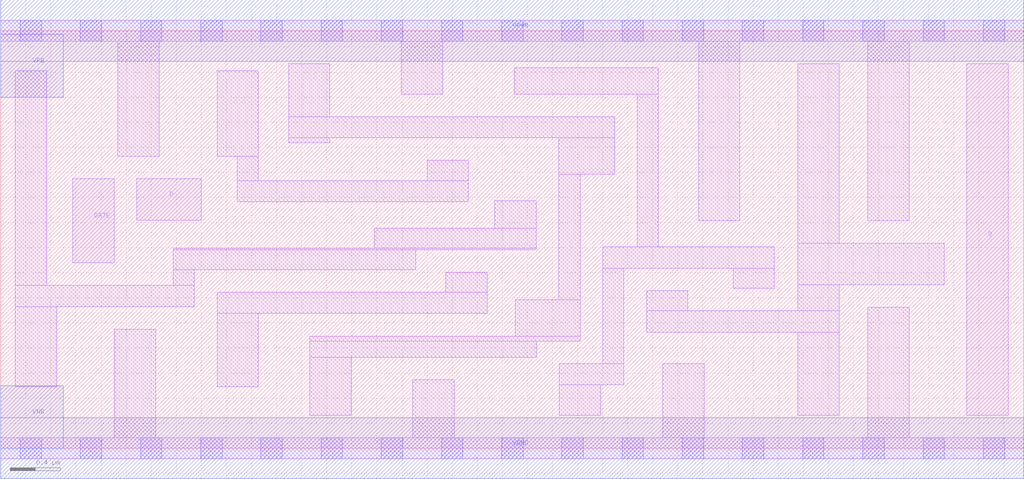
<source format=lef>
# Copyright 2020 The SkyWater PDK Authors
#
# Licensed under the Apache License, Version 2.0 (the "License");
# you may not use this file except in compliance with the License.
# You may obtain a copy of the License at
#
#     https://www.apache.org/licenses/LICENSE-2.0
#
# Unless required by applicable law or agreed to in writing, software
# distributed under the License is distributed on an "AS IS" BASIS,
# WITHOUT WARRANTIES OR CONDITIONS OF ANY KIND, either express or implied.
# See the License for the specific language governing permissions and
# limitations under the License.
#
# SPDX-License-Identifier: Apache-2.0

VERSION 5.5 ;
NAMESCASESENSITIVE ON ;
BUSBITCHARS "[]" ;
DIVIDERCHAR "/" ;
MACRO sky130_fd_sc_lp__dlxtp_lp
  CLASS CORE ;
  SOURCE USER ;
  ORIGIN  0.000000  0.000000 ;
  SIZE  8.160000 BY  3.330000 ;
  SYMMETRY X Y R90 ;
  SITE unit ;
  PIN D
    ANTENNAGATEAREA  0.318000 ;
    DIRECTION INPUT ;
    USE SIGNAL ;
    PORT
      LAYER li1 ;
        RECT 1.085000 1.820000 1.600000 2.150000 ;
    END
  END D
  PIN Q
    ANTENNADIFFAREA  0.598500 ;
    DIRECTION OUTPUT ;
    USE SIGNAL ;
    PORT
      LAYER li1 ;
        RECT 7.705000 0.265000 8.035000 3.065000 ;
    END
  END Q
  PIN GATE
    ANTENNAGATEAREA  0.318000 ;
    DIRECTION INPUT ;
    USE CLOCK ;
    PORT
      LAYER li1 ;
        RECT 0.575000 1.480000 0.905000 2.150000 ;
    END
  END GATE
  PIN VGND
    DIRECTION INOUT ;
    USE GROUND ;
    PORT
      LAYER met1 ;
        RECT 0.000000 -0.245000 8.160000 0.245000 ;
    END
  END VGND
  PIN VNB
    DIRECTION INOUT ;
    USE GROUND ;
    PORT
      LAYER met1 ;
        RECT 0.000000 0.000000 0.500000 0.500000 ;
    END
  END VNB
  PIN VPB
    DIRECTION INOUT ;
    USE POWER ;
    PORT
      LAYER met1 ;
        RECT 0.000000 2.800000 0.500000 3.300000 ;
    END
  END VPB
  PIN VPWR
    DIRECTION INOUT ;
    USE POWER ;
    PORT
      LAYER met1 ;
        RECT 0.000000 3.085000 8.160000 3.575000 ;
    END
  END VPWR
  OBS
    LAYER li1 ;
      RECT 0.000000 -0.085000 8.160000 0.085000 ;
      RECT 0.000000  3.245000 8.160000 3.415000 ;
      RECT 0.115000  0.490000 0.445000 1.130000 ;
      RECT 0.115000  1.130000 1.545000 1.300000 ;
      RECT 0.115000  1.300000 0.365000 3.010000 ;
      RECT 0.905000  0.085000 1.235000 0.950000 ;
      RECT 0.935000  2.330000 1.265000 3.245000 ;
      RECT 1.375000  1.300000 1.545000 1.425000 ;
      RECT 1.375000  1.425000 3.310000 1.585000 ;
      RECT 1.375000  1.585000 4.270000 1.595000 ;
      RECT 1.725000  0.490000 2.055000 1.075000 ;
      RECT 1.725000  1.075000 3.880000 1.245000 ;
      RECT 1.725000  2.330000 2.055000 3.010000 ;
      RECT 1.885000  1.965000 3.730000 2.135000 ;
      RECT 1.885000  2.135000 2.055000 2.330000 ;
      RECT 2.295000  2.435000 2.625000 2.475000 ;
      RECT 2.295000  2.475000 4.895000 2.645000 ;
      RECT 2.295000  2.645000 2.625000 3.065000 ;
      RECT 2.465000  0.265000 2.795000 0.725000 ;
      RECT 2.465000  0.725000 4.275000 0.855000 ;
      RECT 2.465000  0.855000 4.620000 0.895000 ;
      RECT 2.980000  1.595000 4.270000 1.755000 ;
      RECT 3.195000  2.825000 3.525000 3.245000 ;
      RECT 3.285000  0.085000 3.615000 0.545000 ;
      RECT 3.400000  2.135000 3.730000 2.295000 ;
      RECT 3.550000  1.245000 3.880000 1.405000 ;
      RECT 3.940000  1.755000 4.270000 1.975000 ;
      RECT 4.095000  2.825000 5.245000 3.035000 ;
      RECT 4.105000  0.895000 4.620000 1.185000 ;
      RECT 4.450000  1.185000 4.620000 2.185000 ;
      RECT 4.450000  2.185000 4.895000 2.475000 ;
      RECT 4.455000  0.265000 4.785000 0.505000 ;
      RECT 4.455000  0.505000 4.970000 0.675000 ;
      RECT 4.800000  0.675000 4.970000 1.435000 ;
      RECT 4.800000  1.435000 6.170000 1.605000 ;
      RECT 5.075000  1.605000 5.245000 2.825000 ;
      RECT 5.150000  0.925000 6.685000 1.095000 ;
      RECT 5.150000  1.095000 5.480000 1.255000 ;
      RECT 5.280000  0.085000 5.610000 0.675000 ;
      RECT 5.565000  1.815000 5.895000 3.245000 ;
      RECT 5.840000  1.275000 6.170000 1.435000 ;
      RECT 6.355000  0.265000 6.685000 0.925000 ;
      RECT 6.355000  1.095000 6.685000 1.305000 ;
      RECT 6.355000  1.305000 7.525000 1.635000 ;
      RECT 6.355000  1.635000 6.685000 3.065000 ;
      RECT 6.915000  0.085000 7.245000 1.125000 ;
      RECT 6.915000  1.815000 7.245000 3.245000 ;
    LAYER mcon ;
      RECT 0.155000 -0.085000 0.325000 0.085000 ;
      RECT 0.155000  3.245000 0.325000 3.415000 ;
      RECT 0.635000 -0.085000 0.805000 0.085000 ;
      RECT 0.635000  3.245000 0.805000 3.415000 ;
      RECT 1.115000 -0.085000 1.285000 0.085000 ;
      RECT 1.115000  3.245000 1.285000 3.415000 ;
      RECT 1.595000 -0.085000 1.765000 0.085000 ;
      RECT 1.595000  3.245000 1.765000 3.415000 ;
      RECT 2.075000 -0.085000 2.245000 0.085000 ;
      RECT 2.075000  3.245000 2.245000 3.415000 ;
      RECT 2.555000 -0.085000 2.725000 0.085000 ;
      RECT 2.555000  3.245000 2.725000 3.415000 ;
      RECT 3.035000 -0.085000 3.205000 0.085000 ;
      RECT 3.035000  3.245000 3.205000 3.415000 ;
      RECT 3.515000 -0.085000 3.685000 0.085000 ;
      RECT 3.515000  3.245000 3.685000 3.415000 ;
      RECT 3.995000 -0.085000 4.165000 0.085000 ;
      RECT 3.995000  3.245000 4.165000 3.415000 ;
      RECT 4.475000 -0.085000 4.645000 0.085000 ;
      RECT 4.475000  3.245000 4.645000 3.415000 ;
      RECT 4.955000 -0.085000 5.125000 0.085000 ;
      RECT 4.955000  3.245000 5.125000 3.415000 ;
      RECT 5.435000 -0.085000 5.605000 0.085000 ;
      RECT 5.435000  3.245000 5.605000 3.415000 ;
      RECT 5.915000 -0.085000 6.085000 0.085000 ;
      RECT 5.915000  3.245000 6.085000 3.415000 ;
      RECT 6.395000 -0.085000 6.565000 0.085000 ;
      RECT 6.395000  3.245000 6.565000 3.415000 ;
      RECT 6.875000 -0.085000 7.045000 0.085000 ;
      RECT 6.875000  3.245000 7.045000 3.415000 ;
      RECT 7.355000 -0.085000 7.525000 0.085000 ;
      RECT 7.355000  3.245000 7.525000 3.415000 ;
      RECT 7.835000 -0.085000 8.005000 0.085000 ;
      RECT 7.835000  3.245000 8.005000 3.415000 ;
  END
END sky130_fd_sc_lp__dlxtp_lp
END LIBRARY

</source>
